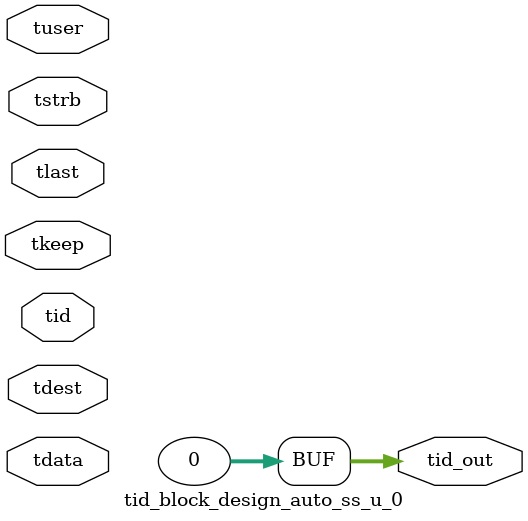
<source format=v>


`timescale 1ps/1ps

module tid_block_design_auto_ss_u_0 #
(
parameter C_S_AXIS_TID_WIDTH   = 1,
parameter C_S_AXIS_TUSER_WIDTH = 0,
parameter C_S_AXIS_TDATA_WIDTH = 0,
parameter C_S_AXIS_TDEST_WIDTH = 0,
parameter C_M_AXIS_TID_WIDTH   = 32
)
(
input  [(C_S_AXIS_TID_WIDTH   == 0 ? 1 : C_S_AXIS_TID_WIDTH)-1:0       ] tid,
input  [(C_S_AXIS_TDATA_WIDTH == 0 ? 1 : C_S_AXIS_TDATA_WIDTH)-1:0     ] tdata,
input  [(C_S_AXIS_TUSER_WIDTH == 0 ? 1 : C_S_AXIS_TUSER_WIDTH)-1:0     ] tuser,
input  [(C_S_AXIS_TDEST_WIDTH == 0 ? 1 : C_S_AXIS_TDEST_WIDTH)-1:0     ] tdest,
input  [(C_S_AXIS_TDATA_WIDTH/8)-1:0 ] tkeep,
input  [(C_S_AXIS_TDATA_WIDTH/8)-1:0 ] tstrb,
input                                                                    tlast,
output [(C_M_AXIS_TID_WIDTH   == 0 ? 1 : C_M_AXIS_TID_WIDTH)-1:0       ] tid_out
);

assign tid_out = {1'b0};

endmodule


</source>
